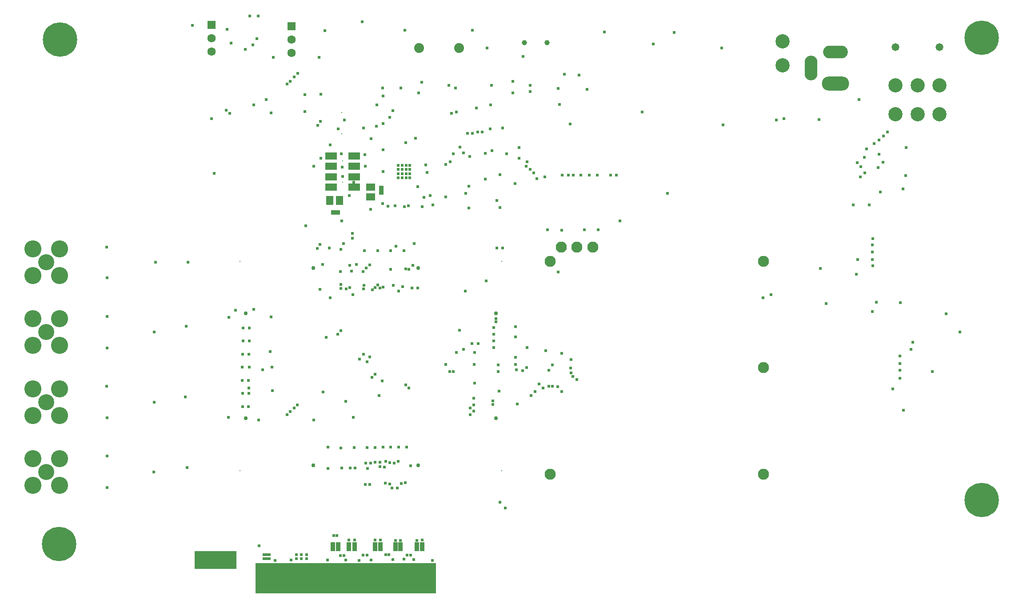
<source format=gbs>
%FSTAX25Y25*%
%MOIN*%
%SFA1B1*%

%IPPOS*%
%ADD77R,1.354330X0.230320*%
%ADD78R,0.314960X0.135830*%
%ADD106R,0.036000X0.173000*%
%ADD107R,0.036000X0.134000*%
%ADD117R,0.065090X0.053280*%
%ADD119R,0.033200X0.034770*%
%ADD124R,0.053280X0.065090*%
%ADD125R,0.034770X0.033200*%
%ADD129R,0.090870X0.052090*%
%ADD130C,0.258000*%
%ADD131C,0.039500*%
%ADD132C,0.073980*%
%ADD133C,0.008000*%
%ADD134C,0.083000*%
%ADD135C,0.106420*%
%ADD136O,0.204850X0.106420*%
%ADD137O,0.185170X0.096580*%
%ADD138O,0.096580X0.185170*%
%ADD139C,0.128000*%
%ADD140C,0.120000*%
%ADD141C,0.029660*%
%ADD142R,0.008000X0.008000*%
%ADD143C,0.063000*%
%ADD144R,0.063000X0.063000*%
%ADD145C,0.058000*%
%ADD146C,0.024000*%
%LNgrandmaster-1*%
%LPD*%
G54D77*
X0843701Y0511516D03*
G54D78*
X074602Y0524997D03*
G54D106*
X0908661Y0514173D03*
X0786614D03*
X0782677D03*
X0814173D03*
X0810236D03*
X0869291D03*
X0900787D03*
X089685D03*
X0885039D03*
X0865354D03*
X0881102D03*
X0849606D03*
X0845669D03*
X0837795D03*
X0833858D03*
X081811D03*
X0794488D03*
X0798425D03*
X0802362D03*
X0806299D03*
X085748D03*
X0841732D03*
X0829921D03*
X0877165D03*
X0892913D03*
X0873228D03*
X0904724D03*
X0888976D03*
X0861417D03*
X0853543D03*
X0790551D03*
G54D107*
X077874Y0516123D03*
G54D117*
X08623Y0804643D03*
Y0797557D03*
G54D119*
X0834Y0536693D03*
Y0533307D03*
X0838D03*
Y0536693D03*
X08459D03*
Y0533307D03*
X08502D03*
Y0536693D03*
X08655Y0533307D03*
Y0536693D03*
X08695Y0533307D03*
Y0536693D03*
X0881Y0533307D03*
Y0536693D03*
X08845D03*
Y0533307D03*
X0897D03*
Y0536693D03*
X0901Y0533307D03*
Y0536693D03*
X08702Y0804093D03*
Y0800707D03*
G54D124*
X0831757Y07948D03*
X0838843D03*
G54D125*
X0834207Y07858D03*
X0837593D03*
G54D129*
X085Y0804678D03*
Y0820426D03*
Y0812552D03*
Y08283D03*
X08325Y0804678D03*
Y0812552D03*
Y0820426D03*
Y08283D03*
G54D130*
X06285Y05373D03*
X13206Y05701D03*
X06294Y09156D03*
X13206Y09168D03*
G54D131*
X09775Y0913D03*
X0994823D03*
G54D132*
X08985Y0909004D03*
X09285D03*
G54D133*
X084125Y0824363D03*
Y0808615D03*
X084075Y0844937D03*
Y0860685D03*
G54D134*
X1028878Y0759928D03*
X1017067D03*
X1005256D03*
X0996988Y0589456D03*
Y0749298D03*
X1156831D03*
Y0669377D03*
Y0589456D03*
G54D135*
X117122Y0896D03*
Y091411D03*
X1255965Y0881D03*
Y0859346D03*
X12725Y0881D03*
Y0859346D03*
X1289035D03*
Y0881D03*
G54D136*
X1211Y0882378D03*
G54D137*
X1211Y0906D03*
G54D138*
X1192496Y0894189D03*
G54D139*
X0609Y0601D03*
Y0581D03*
X0629D03*
Y0601D03*
X0609Y07585D03*
Y07385D03*
X0629D03*
Y07585D03*
X0609Y0706D03*
Y0686D03*
X0629D03*
Y0706D03*
X0609Y06535D03*
Y06335D03*
X0629D03*
Y06535D03*
G54D140*
X0619Y0591D03*
Y07485D03*
Y0696D03*
Y06435D03*
G54D141*
X0898069Y0744247D03*
X089807Y0596253D03*
X081933D03*
X0768699Y0710117D03*
Y0631377D03*
X0819329Y0744247D03*
X095619Y0631373D03*
Y0710113D03*
G54D142*
X096081Y0592023D03*
X076421Y0749023D03*
X076431Y0592023D03*
X096081Y0749023D03*
G54D143*
X0803Y09156D03*
Y09056D03*
X07429Y09164D03*
Y09064D03*
G54D144*
X0803Y09256D03*
X07429Y09264D03*
G54D145*
X1255965Y090974D03*
X1289035D03*
G54D146*
X090876Y0524705D03*
X0894587Y0525591D03*
X0853622Y0524878D03*
X0843701Y0525D03*
X08422Y05285D03*
X08398D03*
X0806693Y0525984D03*
Y0529134D03*
X0810236D03*
X0814173D03*
X0810236Y0525984D03*
X0814173D03*
X079063Y052487D03*
X0782283Y0525984D03*
X0784252D03*
X0786221D03*
X0782283Y0529134D03*
X0784252D03*
X0786221D03*
X0876Y0529D03*
X08736D03*
X08898Y05287D03*
X08025Y0525D03*
X08595Y05288D03*
X0862703Y0525184D03*
X0788746Y0652046D03*
X0878937Y0525591D03*
X083Y0525D03*
X08566Y05289D03*
X08922Y05287D03*
X0887205Y0525689D03*
X07788Y05359D03*
X0891732Y0814961D03*
X0885827D03*
X0883071D03*
X0888976D03*
X0891732Y0811811D03*
X0885827D03*
X0883071D03*
X0888976D03*
X0891732Y081811D03*
X0885827D03*
X0883071D03*
X0888976D03*
Y082126D03*
X0883071D03*
X0885827D03*
X0891732D03*
X1224409Y0791339D03*
X126378Y0813386D03*
X1125716Y0909284D03*
X1033Y07729D03*
X1049382Y0779382D03*
X082219Y075881D03*
X082425Y076175D03*
X0826219Y0746781D03*
X09562Y07062D03*
X0931933Y0683D03*
X0940462Y06809D03*
X0942941Y0687488D03*
X0996Y06556D03*
X0781294Y0667794D03*
X0787009Y0681574D03*
X0755836Y0707164D03*
X11985Y08556D03*
X09592Y08142D03*
Y07896D03*
X08975Y0805D03*
X0907Y07985D03*
X1004Y08669D03*
X0982Y0881D03*
X07779Y09331D03*
X09581Y06666D03*
X08321Y07219D03*
X11568Y07218D03*
X08774Y07572D03*
X07712Y06993D03*
X08693Y07293D03*
X08685Y06485D03*
X10055Y06515D03*
X08887Y08382D03*
X0838Y08485D03*
X08375Y06945D03*
X09795Y06844D03*
X08505Y05941D03*
X08656Y06096D03*
X09821Y08766D03*
X12325Y0827D03*
X09735Y08265D03*
X0976402Y0667004D03*
X08314Y0759D03*
X07662Y06796D03*
X08774Y06098D03*
X09386Y09226D03*
X10263Y08139D03*
X0971Y07D03*
X09401Y0671759D03*
X0849Y0724D03*
X11625D03*
X08615Y07465D03*
X08617Y06774D03*
X10055Y068D03*
X07705Y06599D03*
X1085Y08D03*
X12295Y08125D03*
X0993D03*
X09915Y0654D03*
X08716Y08164D03*
X08717Y08329D03*
X09048Y08159D03*
X0813Y08742D03*
X0918742Y06718D03*
X09188Y07974D03*
X08414Y08127D03*
X08479Y07417D03*
X08401Y06093D03*
X1012Y0852D03*
X08485Y07665D03*
X0903536Y0821364D03*
X10199Y08139D03*
X09585Y06518D03*
X08676Y07572D03*
X07662Y06403D03*
X08137Y07757D03*
X10125Y06755D03*
X08595Y06738D03*
X0859Y0744D03*
X12617Y08036D03*
X10143Y08139D03*
X08694Y05952D03*
X08245Y0854D03*
X0829Y0692D03*
X09545Y06895D03*
X10055Y07726D03*
X08485Y077D03*
X08715Y08525D03*
X08302Y05938D03*
X08862Y07301D03*
X07666Y06895D03*
X08845Y05399D03*
X0881D03*
X0888285Y0583251D03*
X08852Y05824D03*
X07239Y07004D03*
X0971Y06925D03*
X09404Y06577D03*
X0857Y07285D03*
Y06794D03*
X09935Y0682D03*
X07712Y06698D03*
X08807Y07907D03*
X08907D03*
X10122Y0669D03*
X08303Y06097D03*
X10059Y08139D03*
X08665Y08505D03*
X10225Y07729D03*
X08714Y07924D03*
X08395Y07416D03*
X09723Y06422D03*
X08577Y07573D03*
X07662Y06501D03*
X09545Y06995D03*
X08961Y08415D03*
X12447Y08013D03*
X07682Y09083D03*
X09633Y0564D03*
X0825Y08265D03*
X09365Y08277D03*
X09359Y08054D03*
X08774Y07433D03*
X07665Y06993D03*
X1003Y08788D03*
X12467Y08235D03*
X10324Y08139D03*
X10468D03*
X09545Y06845D03*
X09397Y06465D03*
X08566Y07416D03*
X1003Y0741D03*
X07707Y06403D03*
X07709Y06796D03*
X07548Y09233D03*
X09188Y08218D03*
X07717Y0933D03*
X08244Y07283D03*
X08924Y05957D03*
X0971Y0677D03*
X0854Y06759D03*
X08625Y0841D03*
X08466Y0746D03*
X07661Y06599D03*
X08892Y06099D03*
X09545Y06945D03*
X09268Y06809D03*
X09265Y0861D03*
X1066D03*
X09959Y06675D03*
X09951Y07728D03*
X08601Y05938D03*
X1227257Y0823D03*
X09797Y08239D03*
X09794Y06695D03*
X08464Y07984D03*
X08676Y07315D03*
X08597Y06095D03*
X07252Y07486D03*
X09709Y06717D03*
X0954Y06417D03*
X08872Y0757D03*
X07709Y06501D03*
X07712Y06894D03*
X08875Y07903D03*
X09987Y06715D03*
X08404Y08299D03*
X10105Y08139D03*
X12639Y08345D03*
X0832Y08365D03*
X08622Y0788D03*
X08879Y09225D03*
X09361Y07892D03*
X084Y07583D03*
X07661Y06698D03*
X08833Y06099D03*
X08753Y07906D03*
X08249Y08745D03*
X08406Y07796D03*
X08572Y07312D03*
X08499Y06094D03*
X0774Y09114D03*
X08561Y09287D03*
X0745Y08151D03*
X07431Y08561D03*
X07576Y09129D03*
X07894Y09022D03*
X08235Y09021D03*
X08281Y09221D03*
X09871Y08113D03*
X09482Y08107D03*
X08812Y07605D03*
X09614Y07591D03*
X09613Y0849D03*
X09482Y08301D03*
X0953302Y0832298D03*
X09335Y08D03*
X09735Y08346D03*
X09644Y08297D03*
X09385Y08451D03*
X09427Y08461D03*
X09349Y08452D03*
X09708Y08076D03*
X08425Y0855D03*
X0857Y0849D03*
X07884Y06697D03*
X09215Y0666528D03*
X0879Y0862D03*
X0958Y06715D03*
X0901Y054D03*
X11724Y0856D03*
X11667Y0855D03*
X08405Y05941D03*
X09594Y05686D03*
X08469Y05941D03*
X08715Y06097D03*
X12619Y06376D03*
X12539Y06535D03*
X12593Y06616D03*
Y06676D03*
Y06726D03*
X12592Y06781D03*
X12676Y06832D03*
X1269Y06885D03*
X13042Y06961D03*
X1294Y07099D03*
X12598Y0718D03*
X12386Y07115D03*
X12039Y07175D03*
X11995Y07438D03*
X12265Y07395D03*
X12389Y07457D03*
X12388Y07505D03*
X12387Y0756D03*
X12388Y07614D03*
X12389Y07661D03*
X123622Y0791339D03*
X10901Y09207D03*
X10378Y0921D03*
X09768Y09027D03*
X10076Y08896D03*
X10185Y08888D03*
X10422Y08139D03*
X09321Y08305D03*
X0909Y07916D03*
X09023Y07972D03*
X09009Y07901D03*
X08851Y08791D03*
X08715Y08733D03*
X09522Y08664D03*
X0926Y08792D03*
X07233Y06476D03*
X07247Y05946D03*
X06645Y05794D03*
X06646Y06032D03*
X06645Y06318D03*
X06644Y06555D03*
X06645Y06843D03*
Y07077D03*
Y07369D03*
X0664412Y0759783D03*
X08717Y07297D03*
X08622Y05978D03*
X08933Y0729D03*
X08734Y05827D03*
X08783Y0579D03*
X08656Y07295D03*
X08658Y05985D03*
X09885Y0657D03*
X084Y07318D03*
X07556Y06323D03*
X08582Y05817D03*
X08794Y07311D03*
X08976Y07291D03*
X08466Y07295D03*
X087657Y0582263D03*
X08822Y05792D03*
X08727Y05947D03*
X09855Y06515D03*
X09395Y0636726D03*
X09289Y06975D03*
X07875Y07075D03*
X09383Y06875D03*
X08692Y05985D03*
X0873525Y0599177D03*
X08911Y07432D03*
X08949Y07625D03*
X08636Y07278D03*
X084Y07287D03*
X088Y05978D03*
X0937Y0639D03*
X08441Y07286D03*
X09243Y06665D03*
X0954Y06445D03*
X08939Y0746D03*
X0761Y07125D03*
X08588Y05979D03*
X0937Y0634D03*
X0771Y0654D03*
X08616Y05817D03*
X09825Y06485D03*
X08885Y07435D03*
X07745Y0713D03*
X0882941Y0599141D03*
X07782Y06301D03*
X0939744Y0641526D03*
X08832Y07267D03*
X0957Y07947D03*
X09221Y08239D03*
X09243Y08297D03*
X08197Y06302D03*
X08196Y08204D03*
X08495Y08086D03*
X08493Y0632D03*
X0841Y08198D03*
X08581Y08292D03*
X08582Y08204D03*
X08516Y07467D03*
X09333Y07267D03*
X09489Y07345D03*
X0841935Y07625D03*
X06995Y0591D03*
X08437Y06441D03*
X06999Y06434D03*
X084Y06971D03*
X07Y0696D03*
X07011Y07485D03*
X08634Y0662D03*
X08657Y06644D03*
X08345Y05434D03*
X08369D03*
X0876532Y0598081D03*
X0897Y05398D03*
X08695Y054D03*
X08655Y05401D03*
X0846Y05402D03*
X08502Y05401D03*
X0957Y0759D03*
X07875Y08605D03*
X07745Y08665D03*
X09415Y0864D03*
X0754Y08625D03*
X0923Y086D03*
X07565D03*
X0953Y0881D03*
X0921D03*
X0871257Y0879001D03*
X0813Y08615D03*
X08075Y089D03*
X08074Y064156D03*
X0805Y0639D03*
Y08875D03*
X0802Y0884D03*
X08019Y063656D03*
X07285Y0926D03*
X07995Y0882D03*
Y0634D03*
X08225Y0851D03*
X0952Y08485D03*
X11265Y08515D03*
X12275Y07505D03*
X0867Y08665D03*
X08765Y0857D03*
X09562Y07037D03*
X0898354Y08755D03*
X0969D03*
X09005Y08835D03*
X0969Y0884D03*
X10245Y0878D03*
X08885Y06565D03*
X0891Y0654D03*
X09985Y06555D03*
X08265Y0651D03*
X10025Y0655D03*
X0871Y06595D03*
X1017Y06605D03*
X1014146Y0662756D03*
X10125Y06655D03*
X09715Y06679D03*
X12835Y06665D03*
X12415Y07185D03*
X1229957Y08203D03*
X1233Y08155D03*
X1074487Y0911987D03*
X0777Y0916D03*
X09495Y0909D03*
X09845Y08155D03*
X0982Y0818D03*
X0979Y08205D03*
X1243Y08195D03*
X1234491Y0833508D03*
X12435Y08295D03*
X09293Y08348D03*
X124Y08375D03*
X1243773Y084D03*
X1247Y0843D03*
X125Y0846D03*
X0946D03*
X0784Y08705D03*
X12285D03*
M02*
</source>
